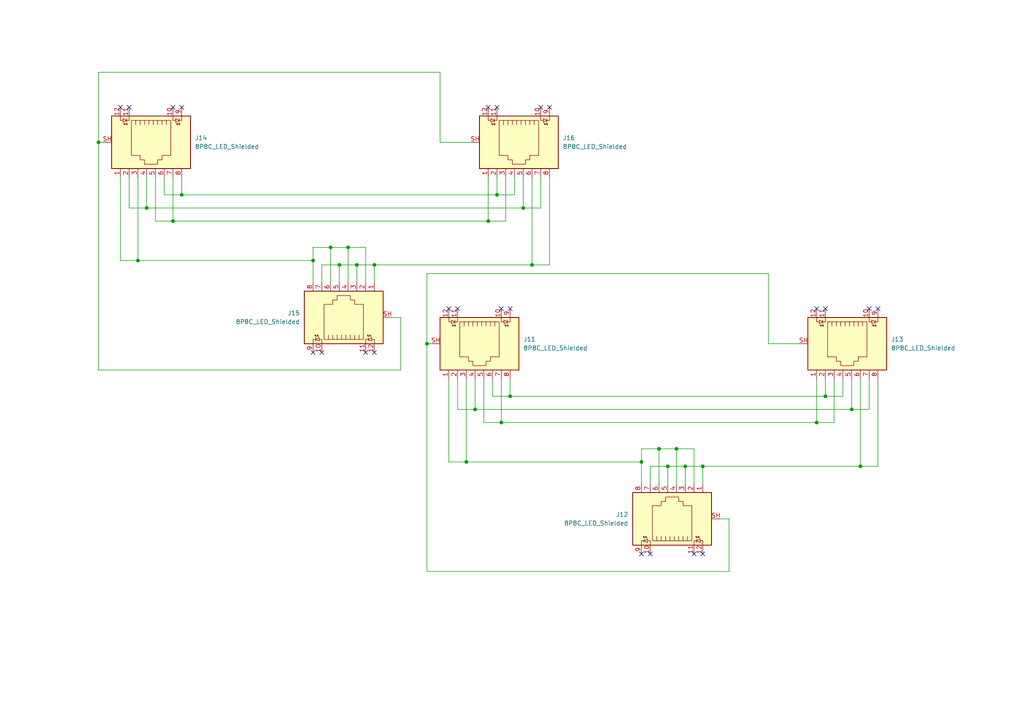
<source format=kicad_sch>
(kicad_sch (version 20231120) (generator "eeschema") (generator_version "8.0")
  (paper "A4")
  (lib_symbols
    (symbol "Connector:8P8C_LED_Shielded" (pin_names (offset 1.016))
      (property "Reference" "J" (at -5.08 13.97 0))
      (property "Value" "8P8C_LED_Shielded" (at 1.27 13.97 0))
      (symbol "8P8C_LED_Shielded_0_1"
        (polyline (pts (xy -7.62 -7.62) (xy -6.35 -7.62)))
        (polyline (pts (xy -7.62 -5.08) (xy -6.35 -5.08)))
        (polyline (pts (xy -7.62 7.62) (xy -6.35 7.62)))
        (polyline (pts (xy -7.62 10.16) (xy -6.35 10.16)))
        (polyline (pts (xy -6.858 -5.842) (xy -5.842 -5.842)))
        (polyline (pts (xy -6.858 9.398) (xy -5.842 9.398)))
        (polyline (pts (xy -6.35 -7.62) (xy -6.35 -6.858)))
        (polyline (pts (xy -6.35 -5.08) (xy -6.35 -5.842)))
        (polyline (pts (xy -6.35 7.62) (xy -6.35 8.382)))
        (polyline (pts (xy -6.35 10.16) (xy -6.35 9.398)))
        (polyline (pts (xy -5.08 -6.223) (xy -5.207 -6.604)))
        (polyline (pts (xy -5.08 -5.588) (xy -5.207 -5.969)))
        (polyline (pts (xy -5.08 4.445) (xy -6.35 4.445)))
        (polyline (pts (xy -5.08 5.715) (xy -6.35 5.715)))
        (polyline (pts (xy -5.08 9.017) (xy -5.207 8.636)))
        (polyline (pts (xy -5.08 9.652) (xy -5.207 9.271)))
        (polyline (pts (xy -6.35 -3.175) (xy -5.08 -3.175) (xy -5.08 -3.175)))
        (polyline (pts (xy -6.35 -1.905) (xy -5.08 -1.905) (xy -5.08 -1.905)))
        (polyline (pts (xy -6.35 -0.635) (xy -5.08 -0.635) (xy -5.08 -0.635)))
        (polyline (pts (xy -6.35 0.635) (xy -5.08 0.635) (xy -5.08 0.635)))
        (polyline (pts (xy -6.35 1.905) (xy -5.08 1.905) (xy -5.08 1.905)))
        (polyline (pts (xy -5.588 -6.731) (xy -5.08 -6.223) (xy -5.461 -6.35)))
        (polyline (pts (xy -5.588 -6.096) (xy -5.08 -5.588) (xy -5.461 -5.715)))
        (polyline (pts (xy -5.588 8.509) (xy -5.08 9.017) (xy -5.461 8.89)))
        (polyline (pts (xy -5.588 9.144) (xy -5.08 9.652) (xy -5.461 9.525)))
        (polyline (pts (xy -5.08 3.175) (xy -6.35 3.175) (xy -6.35 3.175)))
        (polyline (pts (xy -6.35 -5.842) (xy -6.858 -6.858) (xy -5.842 -6.858) (xy -6.35 -5.842)))
        (polyline (pts (xy -6.35 9.398) (xy -6.858 8.382) (xy -5.842 8.382) (xy -6.35 9.398)))
        (polyline (pts (xy -6.35 -4.445) (xy -6.35 6.985) (xy 3.81 6.985) (xy 3.81 4.445) (xy 5.08 4.445) (xy 5.08 3.175) (xy 6.35 3.175) (xy 6.35 -0.635) (xy 5.08 -0.635) (xy 5.08 -1.905) (xy 3.81 -1.905) (xy 3.81 -4.445) (xy -6.35 -4.445) (xy -6.35 -4.445)))
        (rectangle (start 7.62 12.7) (end -7.62 -10.16) (stroke (width 0.254)) (fill (type background)))
      )
      (symbol "8P8C_LED_Shielded_1_1"
        (pin passive line (at 10.16 -7.62 180) (length 2.54) (name "~") (number "1"))
        (pin passive line (at -10.16 7.62 0) (length 2.54) (name "~") (number "10"))
        (pin passive line (at -10.16 -5.08 0) (length 2.54) (name "~") (number "11"))
        (pin passive line (at -10.16 -7.62 0) (length 2.54) (name "~") (number "12"))
        (pin passive line (at 10.16 -5.08 180) (length 2.54) (name "~") (number "2"))
        (pin passive line (at 10.16 -2.54 180) (length 2.54) (name "~") (number "3"))
        (pin passive line (at 10.16 0 180) (length 2.54) (name "~") (number "4"))
        (pin passive line (at 10.16 2.54 180) (length 2.54) (name "~") (number "5"))
        (pin passive line (at 10.16 5.08 180) (length 2.54) (name "~") (number "6"))
        (pin passive line (at 10.16 7.62 180) (length 2.54) (name "~") (number "7"))
        (pin passive line (at 10.16 10.16 180) (length 2.54) (name "~") (number "8"))
        (pin passive line (at -10.16 10.16 0) (length 2.54) (name "~") (number "9"))
        (pin passive line (at 0 -12.7 90) (length 2.54) (name "~") (number "SH"))
      )
    )
  )
  (junction (at 40.005 75.565))
  (junction (at 203.835 135.255))
  (junction (at 144.145 56.515))
  (junction (at 154.305 76.835))
  (junction (at 90.805 75.565))
  (junction (at 236.855 122.555))
  (junction (at 147.955 114.935))
  (junction (at 193.675 135.255))
  (junction (at 95.885 71.755))
  (junction (at 198.755 135.255))
  (junction (at 151.765 60.325))
  (junction (at 100.965 71.755))
  (junction (at 50.165 64.135))
  (junction (at 137.795 118.745))
  (junction (at 247.015 118.745))
  (junction (at 196.215 130.175))
  (junction (at 108.585 76.835))
  (junction (at 28.575 41.275))
  (junction (at 52.705 56.515))
  (junction (at 239.395 114.935))
  (junction (at 42.545 60.325))
  (junction (at 135.255 133.985))
  (junction (at 123.825 99.695))
  (junction (at 145.415 122.555))
  (junction (at 249.555 135.255))
  (junction (at 186.055 133.985))
  (junction (at 103.505 76.835))
  (junction (at 98.425 76.835))
  (junction (at 191.135 130.175))
  (junction (at 141.605 64.135))
  (no_connect (at 201.295 160.655))
  (no_connect (at 159.385 31.115))
  (no_connect (at 254.635 89.535))
  (no_connect (at 130.175 89.535))
  (no_connect (at 252.095 89.535))
  (no_connect (at 37.465 31.115))
  (no_connect (at 203.835 160.655))
  (no_connect (at 156.845 31.115))
  (no_connect (at 50.165 31.115))
  (no_connect (at 106.045 102.235))
  (no_connect (at 90.805 102.235))
  (no_connect (at 188.595 160.655))
  (no_connect (at 144.145 31.115))
  (no_connect (at 34.925 31.115))
  (no_connect (at 141.605 31.115))
  (no_connect (at 93.345 102.235))
  (no_connect (at 239.395 89.535))
  (no_connect (at 186.055 160.655))
  (no_connect (at 145.415 89.535))
  (no_connect (at 236.855 89.535))
  (no_connect (at 132.715 89.535))
  (no_connect (at 108.585 102.235))
  (no_connect (at 147.955 89.535))
  (no_connect (at 52.705 31.115))
  (wire (pts (xy 244.475 114.935) (xy 244.475 109.855)))
  (wire (pts (xy 45.085 51.435) (xy 45.085 64.135)))
  (wire (pts (xy 211.455 165.735) (xy 123.825 165.735)))
  (wire (pts (xy 40.005 51.435) (xy 40.005 75.565)))
  (wire (pts (xy 201.295 130.175) (xy 196.215 130.175)))
  (wire (pts (xy 123.825 99.695) (xy 125.095 99.695)))
  (wire (pts (xy 127.635 41.275) (xy 136.525 41.275)))
  (wire (pts (xy 42.545 51.435) (xy 42.545 60.325)))
  (wire (pts (xy 193.675 135.255) (xy 198.755 135.255)))
  (wire (pts (xy 52.705 51.435) (xy 52.705 56.515)))
  (wire (pts (xy 93.345 81.915) (xy 93.345 76.835)))
  (wire (pts (xy 95.885 71.755) (xy 95.885 81.915)))
  (wire (pts (xy 156.845 60.325) (xy 156.845 51.435)))
  (wire (pts (xy 142.875 114.935) (xy 147.955 114.935)))
  (wire (pts (xy 116.205 92.075) (xy 116.205 107.315)))
  (wire (pts (xy 211.455 150.495) (xy 211.455 165.735)))
  (wire (pts (xy 159.385 76.835) (xy 159.385 51.435)))
  (wire (pts (xy 254.635 135.255) (xy 254.635 109.855)))
  (wire (pts (xy 103.505 76.835) (xy 103.505 81.915)))
  (wire (pts (xy 98.425 76.835) (xy 103.505 76.835)))
  (wire (pts (xy 135.255 109.855) (xy 135.255 133.985)))
  (wire (pts (xy 196.215 130.175) (xy 196.215 140.335)))
  (wire (pts (xy 154.305 51.435) (xy 154.305 76.835)))
  (wire (pts (xy 40.005 75.565) (xy 90.805 75.565)))
  (wire (pts (xy 193.675 140.335) (xy 193.675 135.255)))
  (wire (pts (xy 50.165 64.135) (xy 141.605 64.135)))
  (wire (pts (xy 144.145 51.435) (xy 144.145 56.515)))
  (wire (pts (xy 28.575 41.275) (xy 28.575 20.955)))
  (wire (pts (xy 186.055 130.175) (xy 186.055 133.985)))
  (wire (pts (xy 28.575 41.275) (xy 29.845 41.275)))
  (wire (pts (xy 140.335 109.855) (xy 140.335 122.555)))
  (wire (pts (xy 249.555 135.255) (xy 254.635 135.255)))
  (wire (pts (xy 108.585 76.835) (xy 103.505 76.835)))
  (wire (pts (xy 247.015 118.745) (xy 252.095 118.745)))
  (wire (pts (xy 247.015 109.855) (xy 247.015 118.745)))
  (wire (pts (xy 188.595 140.335) (xy 188.595 135.255)))
  (wire (pts (xy 37.465 60.325) (xy 42.545 60.325)))
  (wire (pts (xy 145.415 109.855) (xy 145.415 122.555)))
  (wire (pts (xy 249.555 109.855) (xy 249.555 135.255)))
  (wire (pts (xy 151.765 60.325) (xy 156.845 60.325)))
  (wire (pts (xy 95.885 71.755) (xy 90.805 71.755)))
  (wire (pts (xy 191.135 130.175) (xy 186.055 130.175)))
  (wire (pts (xy 132.715 109.855) (xy 132.715 118.745)))
  (wire (pts (xy 203.835 135.255) (xy 249.555 135.255)))
  (wire (pts (xy 130.175 109.855) (xy 130.175 133.985)))
  (wire (pts (xy 147.955 114.935) (xy 239.395 114.935)))
  (wire (pts (xy 106.045 81.915) (xy 106.045 71.755)))
  (wire (pts (xy 154.305 76.835) (xy 159.385 76.835)))
  (wire (pts (xy 137.795 118.745) (xy 247.015 118.745)))
  (wire (pts (xy 137.795 109.855) (xy 137.795 118.745)))
  (wire (pts (xy 90.805 75.565) (xy 90.805 81.915)))
  (wire (pts (xy 141.605 64.135) (xy 146.685 64.135)))
  (wire (pts (xy 188.595 135.255) (xy 193.675 135.255)))
  (wire (pts (xy 106.045 71.755) (xy 100.965 71.755)))
  (wire (pts (xy 236.855 122.555) (xy 241.935 122.555)))
  (wire (pts (xy 108.585 76.835) (xy 154.305 76.835)))
  (wire (pts (xy 236.855 109.855) (xy 236.855 122.555)))
  (wire (pts (xy 186.055 133.985) (xy 186.055 140.335)))
  (wire (pts (xy 116.205 107.315) (xy 28.575 107.315)))
  (wire (pts (xy 28.575 20.955) (xy 127.635 20.955)))
  (wire (pts (xy 149.225 56.515) (xy 149.225 51.435)))
  (wire (pts (xy 147.955 109.855) (xy 147.955 114.935)))
  (wire (pts (xy 100.965 71.755) (xy 100.965 81.915)))
  (wire (pts (xy 142.875 109.855) (xy 142.875 114.935)))
  (wire (pts (xy 50.165 51.435) (xy 50.165 64.135)))
  (wire (pts (xy 93.345 76.835) (xy 98.425 76.835)))
  (wire (pts (xy 37.465 51.435) (xy 37.465 60.325)))
  (wire (pts (xy 98.425 81.915) (xy 98.425 76.835)))
  (wire (pts (xy 151.765 51.435) (xy 151.765 60.325)))
  (wire (pts (xy 113.665 92.075) (xy 116.205 92.075)))
  (wire (pts (xy 123.825 79.375) (xy 222.885 79.375)))
  (wire (pts (xy 52.705 56.515) (xy 144.145 56.515)))
  (wire (pts (xy 222.885 99.695) (xy 231.775 99.695)))
  (wire (pts (xy 144.145 56.515) (xy 149.225 56.515)))
  (wire (pts (xy 198.755 135.255) (xy 198.755 140.335)))
  (wire (pts (xy 123.825 165.735) (xy 123.825 99.695)))
  (wire (pts (xy 47.625 51.435) (xy 47.625 56.515)))
  (wire (pts (xy 108.585 81.915) (xy 108.585 76.835)))
  (wire (pts (xy 135.255 133.985) (xy 186.055 133.985)))
  (wire (pts (xy 145.415 122.555) (xy 236.855 122.555)))
  (wire (pts (xy 34.925 75.565) (xy 40.005 75.565)))
  (wire (pts (xy 34.925 51.435) (xy 34.925 75.565)))
  (wire (pts (xy 141.605 51.435) (xy 141.605 64.135)))
  (wire (pts (xy 140.335 122.555) (xy 145.415 122.555)))
  (wire (pts (xy 241.935 122.555) (xy 241.935 109.855)))
  (wire (pts (xy 146.685 64.135) (xy 146.685 51.435)))
  (wire (pts (xy 196.215 130.175) (xy 191.135 130.175)))
  (wire (pts (xy 42.545 60.325) (xy 151.765 60.325)))
  (wire (pts (xy 130.175 133.985) (xy 135.255 133.985)))
  (wire (pts (xy 45.085 64.135) (xy 50.165 64.135)))
  (wire (pts (xy 222.885 79.375) (xy 222.885 99.695)))
  (wire (pts (xy 203.835 140.335) (xy 203.835 135.255)))
  (wire (pts (xy 239.395 114.935) (xy 244.475 114.935)))
  (wire (pts (xy 28.575 107.315) (xy 28.575 41.275)))
  (wire (pts (xy 203.835 135.255) (xy 198.755 135.255)))
  (wire (pts (xy 201.295 140.335) (xy 201.295 130.175)))
  (wire (pts (xy 252.095 118.745) (xy 252.095 109.855)))
  (wire (pts (xy 47.625 56.515) (xy 52.705 56.515)))
  (wire (pts (xy 132.715 118.745) (xy 137.795 118.745)))
  (wire (pts (xy 123.825 99.695) (xy 123.825 79.375)))
  (wire (pts (xy 90.805 71.755) (xy 90.805 75.565)))
  (wire (pts (xy 239.395 109.855) (xy 239.395 114.935)))
  (wire (pts (xy 100.965 71.755) (xy 95.885 71.755)))
  (wire (pts (xy 208.915 150.495) (xy 211.455 150.495)))
  (wire (pts (xy 191.135 130.175) (xy 191.135 140.335)))
  (wire (pts (xy 127.635 20.955) (xy 127.635 41.275)))
  (symbol (lib_id "Connector:8P8C_LED_Shielded") (at 137.795 99.695 270) (unit 1)
    (property "Reference" "J11" (at 151.765 98.425 90) (effects (justify left)))
    (property "Value" "8P8C_LED_Shielded" (at 151.765 100.965 90) (effects (justify left)))
    (property "Footprint" "OpenPEMFfp:C386757" (effects (hide yes)))
    (property "Field4" "C386757" (effects (hide yes)))
  )
  (symbol (lib_id "Connector:8P8C_LED_Shielded") (at 196.215 150.495 90) (unit 1)
    (property "Reference" "J12" (at 182.245 149.225 90) (effects (justify left)))
    (property "Value" "8P8C_LED_Shielded" (at 182.245 151.765 90) (effects (justify left)))
    (property "Footprint" "OpenPEMFfp:C386757" (effects (hide yes)))
    (property "Field4" "C386757" (effects (hide yes)))
  )
  (symbol (lib_id "Connector:8P8C_LED_Shielded") (at 244.475 99.695 270) (unit 1)
    (property "Reference" "J13" (at 258.445 98.425 90) (effects (justify left)))
    (property "Value" "8P8C_LED_Shielded" (at 258.445 100.965 90) (effects (justify left)))
    (property "Footprint" "OpenPEMFfp:C386757" (effects (hide yes)))
    (property "Field4" "C386757" (effects (hide yes)))
  )
  (symbol (lib_id "Connector:8P8C_LED_Shielded") (at 42.545 41.275 270) (unit 1)
    (property "Reference" "J14" (at 56.515 40.005 90) (effects (justify left)))
    (property "Value" "8P8C_LED_Shielded" (at 56.515 42.545 90) (effects (justify left)))
    (property "Footprint" "OpenPEMFfp:C386757" (effects (hide yes)))
    (property "Field4" "C386757" (effects (hide yes)))
  )
  (symbol (lib_id "Connector:8P8C_LED_Shielded") (at 100.965 92.075 90) (unit 1)
    (property "Reference" "J15" (at 86.995 90.805 90) (effects (justify left)))
    (property "Value" "8P8C_LED_Shielded" (at 86.995 93.345 90) (effects (justify left)))
    (property "Footprint" "OpenPEMFfp:C386757" (effects (hide yes)))
    (property "Field4" "C386757" (effects (hide yes)))
  )
  (symbol (lib_id "Connector:8P8C_LED_Shielded") (at 149.225 41.275 270) (unit 1)
    (property "Reference" "J16" (at 163.195 40.005 90) (effects (justify left)))
    (property "Value" "8P8C_LED_Shielded" (at 163.195 42.545 90) (effects (justify left)))
    (property "Footprint" "OpenPEMFfp:C386757" (effects (hide yes)))
    (property "Field4" "C386757" (effects (hide yes)))
  )
)
</source>
